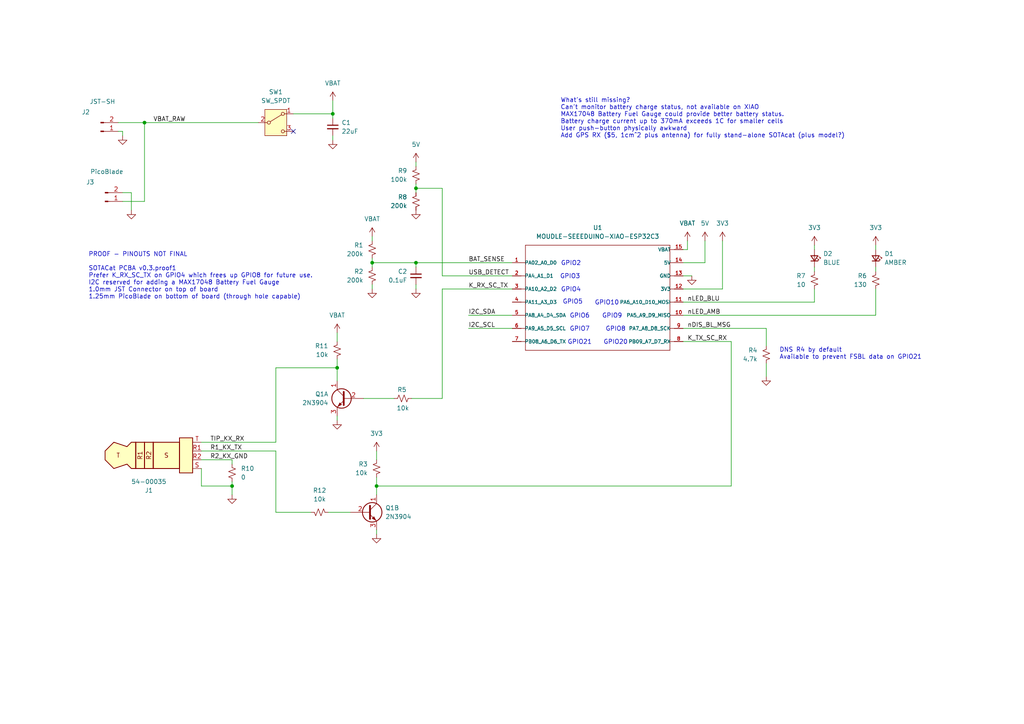
<source format=kicad_sch>
(kicad_sch (version 20231120) (generator "eeschema") (generator_version "8.0")
  (paper "A4")
  (lib_symbols
    (symbol "Connector:Conn_01x02_Pin" (pin_names (offset 1.016) hide)
      (property "Reference" "J" (at 0 2.54 0))
      (property "Value" "Conn_01x02_Pin" (at 0 -5.08 0))
      (symbol "Conn_01x02_Pin_1_1"
        (polyline (pts (xy 1.27 -2.54) (xy 0.8636 -2.54)) (stroke (width 0.1524)))
        (polyline (pts (xy 1.27 0) (xy 0.8636 0)) (stroke (width 0.1524)))
        (rectangle (start 0.8636 -2.413) (end 0 -2.667) (stroke (width 0.1524)) (fill (type outline)))
        (rectangle (start 0.8636 0.127) (end 0 -0.127) (stroke (width 0.1524)) (fill (type outline)))
        (pin passive line (at 5.08 0 180) (length 3.81) (name "Pin_1") (number "1"))
        (pin passive line (at 5.08 -2.54 180) (length 3.81) (name "Pin_2") (number "2"))
      )
    )
    (symbol "Connector_Audio:AudioPlug4"
      (property "Reference" "J" (at 10.16 5.08 0))
      (property "Value" "AudioPlug4" (at 11.43 -7.62 0))
      (symbol "AudioPlug4_0_0"
        (text "R1" (at -2.54 -1.27 900) (effects (font (size 1.27 1.27))))
        (text "R2" (at 0 -1.27 900) (effects (font (size 1.27 1.27))))
        (text "S" (at 5.08 -1.27 0) (effects (font (size 1.27 1.27))))
        (text "T" (at -8.89 -1.27 0) (effects (font (size 1.27 1.27))))
      )
      (symbol "AudioPlug4_0_1"
        (rectangle (start -1.27 2.54) (end -3.81 -5.08) (stroke (width 0.254)) (fill (type background)))
        (polyline (pts (xy -3.81 2.54) (xy -5.08 2.54) (xy -6.35 1.27) (xy -10.16 2.54) (xy -12.7 0) (xy -12.7 -2.54) (xy -10.16 -5.08) (xy -6.35 -3.81) (xy -5.08 -5.08) (xy -3.81 -5.08) (xy -3.81 2.54)) (stroke (width 0.254)) (fill (type background)))
        (rectangle (start 1.27 2.54) (end -1.27 -5.08) (stroke (width 0.254)) (fill (type background)))
        (rectangle (start 1.27 2.54) (end 8.89 -5.08) (stroke (width 0.254)) (fill (type background)))
        (rectangle (start 12.7 3.81) (end 8.89 -6.35) (stroke (width 0.254)) (fill (type background)))
      )
      (symbol "AudioPlug4_1_1"
        (pin passive line (at 15.24 -2.54 180) (length 2.54) (name "~") (number "R1"))
        (pin passive line (at 15.24 0 180) (length 2.54) (name "~") (number "R2"))
        (pin passive line (at 15.24 2.54 180) (length 2.54) (name "~") (number "S"))
        (pin passive line (at 15.24 -5.08 180) (length 2.54) (name "~") (number "T"))
      )
    )
    (symbol "Device:C_Small" (pin_numbers hide) (pin_names (offset 0.254) hide)
      (property "Reference" "C" (at 0.254 1.778 0))
      (property "Value" "C_Small" (at 0.254 -2.032 0))
      (symbol "C_Small_0_1"
        (polyline (pts (xy -1.524 -0.508) (xy 1.524 -0.508)) (stroke (width 0.3302)))
        (polyline (pts (xy -1.524 0.508) (xy 1.524 0.508)) (stroke (width 0.3048)))
      )
      (symbol "C_Small_1_1"
        (pin passive line (at 0 2.54 270) (length 2.032) (name "~") (number "1"))
        (pin passive line (at 0 -2.54 90) (length 2.032) (name "~") (number "2"))
      )
    )
    (symbol "Device:LED_Small" (pin_numbers hide) (pin_names (offset 0.254) hide)
      (property "Reference" "D" (at -1.27 3.175 0))
      (property "Value" "LED_Small" (at -4.445 -2.54 0))
      (symbol "LED_Small_0_1"
        (polyline (pts (xy -0.762 -1.016) (xy -0.762 1.016)) (stroke (width 0.254)))
        (polyline (pts (xy 1.016 0) (xy -0.762 0)))
        (polyline (pts (xy 0.762 -1.016) (xy -0.762 0) (xy 0.762 1.016) (xy 0.762 -1.016)) (stroke (width 0.254)))
        (polyline (pts (xy 0 0.762) (xy -0.508 1.27) (xy -0.254 1.27) (xy -0.508 1.27) (xy -0.508 1.016)))
        (polyline (pts (xy 0.508 1.27) (xy 0 1.778) (xy 0.254 1.778) (xy 0 1.778) (xy 0 1.524)))
      )
      (symbol "LED_Small_1_1"
        (pin passive line (at -2.54 0 0) (length 1.778) (name "K") (number "1"))
        (pin passive line (at 2.54 0 180) (length 1.778) (name "A") (number "2"))
      )
    )
    (symbol "Device:Q_NPN_CBE" (pin_names (offset 0) hide)
      (property "Reference" "Q" (at 5.08 1.27 0))
      (property "Value" "Q_NPN_CBE" (at 5.08 -1.27 0))
      (symbol "Q_NPN_CBE_0_1"
        (polyline (pts (xy 0.635 0.635) (xy 2.54 2.54)))
        (polyline (pts (xy 0.635 -0.635) (xy 2.54 -2.54) (xy 2.54 -2.54)))
        (polyline (pts (xy 0.635 1.905) (xy 0.635 -1.905) (xy 0.635 -1.905)) (stroke (width 0.508)))
        (polyline (pts (xy 1.27 -1.778) (xy 1.778 -1.27) (xy 2.286 -2.286) (xy 1.27 -1.778) (xy 1.27 -1.778)) (fill (type outline)))
        (circle (center 1.27 0) (radius 2.8194) (stroke (width 0.254)))
      )
      (symbol "Q_NPN_CBE_1_1"
        (pin passive line (at 2.54 5.08 270) (length 2.54) (name "C") (number "1"))
        (pin input line (at -5.08 0 0) (length 5.715) (name "B") (number "2"))
        (pin passive line (at 2.54 -5.08 90) (length 2.54) (name "E") (number "3"))
      )
    )
    (symbol "Device:R_Small_US" (pin_numbers hide) (pin_names (offset 0.254) hide)
      (property "Reference" "R" (at 0.762 0.508 0))
      (property "Value" "R_Small_US" (at 0.762 -1.016 0))
      (symbol "R_Small_US_1_1"
        (polyline (pts (xy 0 0) (xy 1.016 -0.381) (xy 0 -0.762) (xy -1.016 -1.143) (xy 0 -1.524)))
        (polyline (pts (xy 0 1.524) (xy 1.016 1.143) (xy 0 0.762) (xy -1.016 0.381) (xy 0 0)))
        (pin passive line (at 0 2.54 270) (length 1.016) (name "~") (number "1"))
        (pin passive line (at 0 -2.54 90) (length 1.016) (name "~") (number "2"))
      )
    )
    (symbol "GND_1" (power) (pin_names (offset 0))
      (property "Value" "GND" (at 0 -3.81 0))
      (symbol "GND_1_0_1"
        (polyline (pts (xy 0 0) (xy 0 -1.27) (xy 1.27 -1.27) (xy 0 -2.54) (xy -1.27 -1.27) (xy 0 -1.27)))
      )
      (symbol "GND_1_1_1"
        (pin power_in line (at 0 0 270) (length 0) hide (name "GND") (number "1"))
      )
    )
    (symbol "GND_2" (power) (pin_names (offset 0))
      (property "Value" "GND" (at 0 -3.81 0))
      (symbol "GND_2_0_1"
        (polyline (pts (xy 0 0) (xy 0 -1.27) (xy 1.27 -1.27) (xy 0 -2.54) (xy -1.27 -1.27) (xy 0 -1.27)))
      )
      (symbol "GND_2_1_1"
        (pin power_in line (at 0 0 270) (length 0) hide (name "GND") (number "1"))
      )
    )
    (symbol "GND_3" (power) (pin_names (offset 0))
      (property "Value" "GND" (at 0 -3.81 0))
      (symbol "GND_3_0_1"
        (polyline (pts (xy 0 0) (xy 0 -1.27) (xy 1.27 -1.27) (xy 0 -2.54) (xy -1.27 -1.27) (xy 0 -1.27)))
      )
      (symbol "GND_3_1_1"
        (pin power_in line (at 0 0 270) (length 0) hide (name "GND") (number "1"))
      )
    )
    (symbol "Switch:SW_SPDT" (pin_names (offset 0) hide)
      (property "Reference" "SW" (at 0 5.08 0))
      (property "Value" "SW_SPDT" (at 0 -5.08 0))
      (symbol "SW_SPDT_0_1"
        (circle (center -2.032 0) (radius 0.4572))
        (polyline (pts (xy -1.651 0.254) (xy 1.651 2.286)))
        (circle (center 2.032 -2.54) (radius 0.4572))
        (circle (center 2.032 2.54) (radius 0.4572))
      )
      (symbol "SW_SPDT_1_1"
        (rectangle (start -3.175 3.81) (end 3.175 -3.81) (fill (type background)))
        (pin passive line (at 5.08 2.54 180) (length 2.54) (name "A") (number "1"))
        (pin passive line (at -5.08 0 0) (length 2.54) (name "B") (number "2"))
        (pin passive line (at 5.08 -2.54 180) (length 2.54) (name "C") (number "3"))
      )
    )
    (symbol "XIAO-ESP32C3:MOUDLE-SEEEDUINO-XIAO-ESP32C3-VBAT" (pin_names (offset 1.016))
      (property "Reference" "U" (at -21.59 17.78 0))
      (property "Value" "MOUDLE-SEEEDUINO-XIAO-ESP32C3-VBAT" (at -21.59 16.51 0))
      (symbol "MOUDLE-SEEEDUINO-XIAO-ESP32C3-VBAT_0_0"
        (polyline (pts (xy -21.59 -13.97) (xy -21.59 0)) (stroke (width 0.1524)))
        (polyline (pts (xy -21.59 -11.43) (xy -22.86 -11.43)) (stroke (width 0.1524)))
        (polyline (pts (xy -21.59 -7.62) (xy -22.86 -7.62)) (stroke (width 0.1524)))
        (polyline (pts (xy -21.59 -3.81) (xy -22.86 -3.81)) (stroke (width 0.1524)))
        (polyline (pts (xy -21.59 0) (xy -22.86 0)) (stroke (width 0.1524)))
        (polyline (pts (xy -21.59 0) (xy -21.59 3.81)) (stroke (width 0.1524)))
        (polyline (pts (xy -21.59 3.81) (xy -22.86 3.81)) (stroke (width 0.1524)))
        (polyline (pts (xy -21.59 3.81) (xy -21.59 7.62)) (stroke (width 0.1524)))
        (polyline (pts (xy -21.59 7.62) (xy -22.86 7.62)) (stroke (width 0.1524)))
        (polyline (pts (xy -21.59 7.62) (xy -21.59 11.43)) (stroke (width 0.1524)))
        (polyline (pts (xy -21.59 11.43) (xy -22.86 11.43)) (stroke (width 0.1524)))
        (polyline (pts (xy -21.59 11.43) (xy -21.59 16.51)) (stroke (width 0.1524)))
        (polyline (pts (xy -21.59 16.51) (xy 20.32 16.51)) (stroke (width 0.1524)))
        (polyline (pts (xy 20.32 -13.97) (xy -21.59 -13.97)) (stroke (width 0.1524)))
        (polyline (pts (xy 20.32 3.81) (xy 20.32 -13.97)) (stroke (width 0.1524)))
        (polyline (pts (xy 20.32 7.62) (xy 20.32 3.81)) (stroke (width 0.1524)))
        (polyline (pts (xy 20.32 11.43) (xy 20.32 7.62)) (stroke (width 0.1524)))
        (polyline (pts (xy 20.32 16.51) (xy 20.32 11.43)) (stroke (width 0.1524)))
        (polyline (pts (xy 21.59 -11.43) (xy 20.32 -11.43)) (stroke (width 0.1524)))
        (polyline (pts (xy 21.59 -7.62) (xy 20.32 -7.62)) (stroke (width 0.1524)))
        (polyline (pts (xy 21.59 -3.81) (xy 20.32 -3.81)) (stroke (width 0.1524)))
        (polyline (pts (xy 21.59 0) (xy 20.32 0)) (stroke (width 0.1524)))
        (polyline (pts (xy 21.59 3.81) (xy 20.32 3.81)) (stroke (width 0.1524)))
        (polyline (pts (xy 21.59 7.62) (xy 20.32 7.62)) (stroke (width 0.1524)))
        (polyline (pts (xy 21.59 11.43) (xy 20.32 11.43)) (stroke (width 0.1524)))
        (polyline (pts (xy 21.59 15.24) (xy 20.32 15.24)) (stroke (width 0.1524)))
        (pin bidirectional line (at -25.4 11.43 0) (length 2.54) (name "PA02_A0_D0") (number "1"))
        (pin bidirectional line (at 24.13 -3.81 180) (length 2.54) (name "PA5_A9_D9_MISO") (number "10"))
        (pin bidirectional line (at 24.13 0 180) (length 2.54) (name "PA6_A10_D10_MOSI") (number "11"))
        (pin bidirectional line (at 24.13 3.81 180) (length 2.54) (name "3V3") (number "12"))
        (pin bidirectional line (at 24.13 7.62 180) (length 2.54) (name "GND") (number "13"))
        (pin bidirectional line (at 24.13 11.43 180) (length 2.54) (name "5V") (number "14"))
        (pin bidirectional line (at -25.4 7.62 0) (length 2.54) (name "PA4_A1_D1") (number "2"))
        (pin bidirectional line (at -25.4 3.81 0) (length 2.54) (name "PA10_A2_D2") (number "3"))
        (pin bidirectional line (at -25.4 0 0) (length 2.54) (name "PA11_A3_D3") (number "4"))
        (pin bidirectional line (at -25.4 -3.81 0) (length 2.54) (name "PA8_A4_D4_SDA") (number "5"))
        (pin bidirectional line (at -25.4 -7.62 0) (length 2.54) (name "PA9_A5_D5_SCL") (number "6"))
        (pin bidirectional line (at -25.4 -11.43 0) (length 2.54) (name "PB08_A6_D6_TX") (number "7"))
        (pin bidirectional line (at 24.13 -11.43 180) (length 2.54) (name "PB09_A7_D7_RX") (number "8"))
        (pin bidirectional line (at 24.13 -7.62 180) (length 2.54) (name "PA7_A8_D8_SCK") (number "9"))
      )
      (symbol "MOUDLE-SEEEDUINO-XIAO-ESP32C3-VBAT_1_0"
        (pin bidirectional line (at 24.13 15.24 180) (length 2.54) (name "VBAT") (number "15"))
      )
    )
    (symbol "power:GND" (power) (pin_names (offset 0))
      (property "Value" "GND" (at 0 -3.81 0))
      (symbol "GND_0_1"
        (polyline (pts (xy 0 0) (xy 0 -1.27) (xy 1.27 -1.27) (xy 0 -2.54) (xy -1.27 -1.27) (xy 0 -1.27)))
      )
      (symbol "GND_1_1"
        (pin power_in line (at 0 0 270) (length 0) hide (name "GND") (number "1"))
      )
    )
    (symbol "power:VCC" (power) (pin_names (offset 0))
      (property "Value" "VCC" (at 0 3.81 0))
      (symbol "VCC_0_1"
        (polyline (pts (xy -0.762 1.27) (xy 0 2.54)))
        (polyline (pts (xy 0 0) (xy 0 2.54)))
        (polyline (pts (xy 0 2.54) (xy 0.762 1.27)))
      )
      (symbol "VCC_1_1"
        (pin power_in line (at 0 0 90) (length 0) hide (name "VCC") (number "1"))
      )
    )
  )
  (junction (at 109.22 140.97))
  (junction (at 107.95 76.2))
  (junction (at 41.91 35.56))
  (junction (at 97.79 106.68))
  (junction (at 67.31 140.97))
  (junction (at 96.52 33.02))
  (junction (at 120.65 76.2))
  (junction (at 120.65 54.61))
  (no_connect (at 85.09 38.1))
  (wire (pts (xy 35.56 58.42) (xy 41.91 58.42)))
  (wire (pts (xy 107.95 74.93) (xy 107.95 76.2)))
  (wire (pts (xy 198.12 95.25) (xy 222.25 95.25)))
  (wire (pts (xy 212.09 99.06) (xy 212.09 140.97)))
  (wire (pts (xy 198.12 80.01) (xy 200.66 80.01)))
  (wire (pts (xy 254 71.12) (xy 254 72.39)))
  (wire (pts (xy 41.91 58.42) (xy 41.91 35.56)))
  (wire (pts (xy 34.29 35.56) (xy 41.91 35.56)))
  (wire (pts (xy 67.31 139.7) (xy 67.31 140.97)))
  (wire (pts (xy 58.42 128.27) (xy 80.01 128.27)))
  (wire (pts (xy 67.31 140.97) (xy 58.42 140.97)))
  (wire (pts (xy 199.39 69.85) (xy 199.39 72.39)))
  (wire (pts (xy 35.56 38.1) (xy 35.56 39.37)))
  (wire (pts (xy 109.22 140.97) (xy 109.22 143.51)))
  (wire (pts (xy 120.65 46.99) (xy 120.65 48.26)))
  (wire (pts (xy 120.65 76.2) (xy 148.59 76.2)))
  (wire (pts (xy 198.12 72.39) (xy 199.39 72.39)))
  (wire (pts (xy 96.52 33.02) (xy 96.52 34.29)))
  (wire (pts (xy 236.22 83.82) (xy 236.22 87.63)))
  (wire (pts (xy 128.27 83.82) (xy 128.27 115.57)))
  (wire (pts (xy 209.55 69.85) (xy 209.55 83.82)))
  (wire (pts (xy 80.01 106.68) (xy 80.01 128.27)))
  (wire (pts (xy 222.25 105.41) (xy 222.25 109.22)))
  (wire (pts (xy 198.12 76.2) (xy 204.47 76.2)))
  (wire (pts (xy 67.31 133.35) (xy 67.31 134.62)))
  (wire (pts (xy 95.25 148.59) (xy 101.6 148.59)))
  (wire (pts (xy 198.12 99.06) (xy 212.09 99.06)))
  (wire (pts (xy 38.1 55.88) (xy 38.1 60.96)))
  (wire (pts (xy 80.01 148.59) (xy 90.17 148.59)))
  (wire (pts (xy 135.89 95.25) (xy 148.59 95.25)))
  (wire (pts (xy 236.22 71.12) (xy 236.22 72.39)))
  (wire (pts (xy 198.12 87.63) (xy 236.22 87.63)))
  (wire (pts (xy 58.42 140.97) (xy 58.42 135.89)))
  (wire (pts (xy 120.65 83.82) (xy 120.65 82.55)))
  (wire (pts (xy 35.56 38.1) (xy 34.29 38.1)))
  (wire (pts (xy 80.01 106.68) (xy 97.79 106.68)))
  (wire (pts (xy 107.95 76.2) (xy 107.95 77.47)))
  (wire (pts (xy 41.91 35.56) (xy 74.93 35.56)))
  (wire (pts (xy 254 83.82) (xy 254 91.44)))
  (wire (pts (xy 58.42 130.81) (xy 80.01 130.81)))
  (wire (pts (xy 128.27 83.82) (xy 148.59 83.82)))
  (wire (pts (xy 97.79 96.52) (xy 97.79 99.06)))
  (wire (pts (xy 135.89 91.44) (xy 148.59 91.44)))
  (wire (pts (xy 105.41 115.57) (xy 114.3 115.57)))
  (wire (pts (xy 58.42 133.35) (xy 67.31 133.35)))
  (wire (pts (xy 198.12 83.82) (xy 209.55 83.82)))
  (wire (pts (xy 109.22 154.94) (xy 109.22 153.67)))
  (wire (pts (xy 128.27 80.01) (xy 148.59 80.01)))
  (wire (pts (xy 96.52 29.21) (xy 96.52 33.02)))
  (wire (pts (xy 109.22 138.43) (xy 109.22 140.97)))
  (wire (pts (xy 128.27 54.61) (xy 128.27 80.01)))
  (wire (pts (xy 120.65 54.61) (xy 120.65 55.88)))
  (wire (pts (xy 97.79 110.49) (xy 97.79 106.68)))
  (wire (pts (xy 107.95 83.82) (xy 107.95 82.55)))
  (wire (pts (xy 109.22 140.97) (xy 212.09 140.97)))
  (wire (pts (xy 80.01 130.81) (xy 80.01 148.59)))
  (wire (pts (xy 128.27 115.57) (xy 119.38 115.57)))
  (wire (pts (xy 97.79 104.14) (xy 97.79 106.68)))
  (wire (pts (xy 120.65 77.47) (xy 120.65 76.2)))
  (wire (pts (xy 120.65 76.2) (xy 107.95 76.2)))
  (wire (pts (xy 96.52 39.37) (xy 96.52 40.64)))
  (wire (pts (xy 236.22 77.47) (xy 236.22 78.74)))
  (wire (pts (xy 204.47 69.85) (xy 204.47 76.2)))
  (wire (pts (xy 254 77.47) (xy 254 78.74)))
  (wire (pts (xy 35.56 55.88) (xy 38.1 55.88)))
  (wire (pts (xy 85.09 33.02) (xy 96.52 33.02)))
  (wire (pts (xy 222.25 95.25) (xy 222.25 100.33)))
  (wire (pts (xy 198.12 91.44) (xy 254 91.44)))
  (wire (pts (xy 107.95 68.58) (xy 107.95 69.85)))
  (wire (pts (xy 120.65 54.61) (xy 128.27 54.61)))
  (wire (pts (xy 109.22 130.81) (xy 109.22 133.35)))
  (wire (pts (xy 97.79 121.92) (xy 97.79 120.65)))
  (wire (pts (xy 120.65 53.34) (xy 120.65 54.61)))
  (wire (pts (xy 67.31 140.97) (xy 67.31 143.51)))
  (text "GPIO8" (at 178.562 95.504 0) (effects (font (size 1.27 1.27))))
  (text "PROOF - PINOUTS NOT FINAL\n\nSOTACat PCBA v0.3.proof1\nPrefer K_RX_SC_TX on GPIO4 which frees up GPIO8 for future use.\nI2C reserved for adding a MAX17048 Battery Fuel Gauge\n1.0mm JST Connector on top of board\n1.25mm PicoBlade on bottom of board (through hole capable)\n" (at 25.654 80.01 0) (effects (font (size 1.27 1.27)) (justify left)))
  (text "DNS R4 by default\nAvailable to prevent FSBL data on GPIO21" (at 226.06 102.616 0) (effects (font (size 1.27 1.27)) (justify left)))
  (text "GPIO6" (at 168.148 91.694 0) (effects (font (size 1.27 1.27))))
  (text "GPIO5" (at 166.116 87.63 0) (effects (font (size 1.27 1.27))))
  (text "What's still missing?\nCan't monitor battery charge status, not available on XIAO\nMAX17048 Battery Fuel Gauge could provide better battery status.\nBattery charge current up to 370mA exceeds 1C for smaller cells\nUser push-button physically awkward\nAdd GPS RX ($5, 1cm^2 plus antenna) for fully stand-alone SOTAcat (plus model?)" (at 162.56 34.29 0) (effects (font (size 1.27 1.27)) (justify left)))
  (text "GPIO2" (at 165.608 76.454 0) (effects (font (size 1.27 1.27))))
  (text "GPIO3" (at 165.354 80.264 0) (effects (font (size 1.27 1.27))))
  (text "GPIO9" (at 177.546 91.694 0) (effects (font (size 1.27 1.27))))
  (text "GPIO4" (at 165.608 84.074 0) (effects (font (size 1.27 1.27))))
  (text "GPIO7" (at 168.148 95.504 0) (effects (font (size 1.27 1.27))))
  (text "GPIO20" (at 178.562 99.314 0) (effects (font (size 1.27 1.27))))
  (text "GPIO21" (at 168.148 99.314 0) (effects (font (size 1.27 1.27))))
  (text "GPIO10" (at 176.022 87.884 0) (effects (font (size 1.27 1.27))))
  (label "R1_KX_TX" (at 60.96 130.81 0))
  (label "BAT_SENSE" (at 135.89 76.2 0))
  (label "I2C_SDA" (at 135.89 91.44 0))
  (label "USB_DETECT" (at 135.89 80.01 0))
  (label "K_RX_SC_TX" (at 135.89 83.82 0))
  (label "nLED_AMB" (at 199.39 91.44 0))
  (label "I2C_SCL" (at 135.89 95.25 0))
  (label "TIP_KX_RX" (at 60.96 128.27 0))
  (label "VBAT_RAW" (at 44.45 35.56 0))
  (label "nLED_BLU" (at 199.39 87.63 0))
  (label "K_TX_SC_RX" (at 199.39 99.06 0))
  (label "R2_KX_GND" (at 60.96 133.35 0))
  (label "nDIS_BL_MSG" (at 199.39 95.25 0))
  (symbol (lib_id "Switch:SW_SPDT") (at 80.01 35.56 0) (unit 1)
    (property "Reference" "SW1" (at 80.01 26.67 0))
    (property "Value" "SW_SPDT" (at 80.01 29.21 0))
    (property "Footprint" "Button_Switch_SMD:SW_SPDT_CK-JS102011SAQN" (effects (hide yes)))
    (property "Description" "Switch, single pole double throw" (effects (hide yes)))
    (property "ManPartNo" "JS102011SAQN" (effects (hide yes)))
    (property "Manufacturer" " C&K " (effects (hide yes)))
  )
  (symbol (lib_id "Device:R_Small_US") (at 116.84 115.57 90) (unit 1)
    (property "Reference" "R5" (at 116.586 113.03 90))
    (property "Value" "10k" (at 116.84 118.364 90))
    (property "Footprint" "Resistor_SMD:R_0603_1608Metric" (effects (hide yes)))
    (property "Description" "Resistor, small US symbol" (effects (hide yes)))
    (property "ManPartNo" "RC0603FR-0710RL" (effects (hide yes)))
    (property "Manufacturer" "YAEGO" (effects (hide yes)))
  )
  (symbol (lib_id "XIAO-ESP32C3:MOUDLE-SEEEDUINO-XIAO-ESP32C3-VBAT") (at 173.99 87.63 0) (unit 1)
    (property "Reference" "U1" (at 173.355 66.04 0))
    (property "Value" "MOUDLE-SEEEDUINO-XIAO-ESP32C3" (at 173.355 68.58 0))
    (property "Footprint" "MOUDLE14P-SMD-2.54-21X17.8MM-VBAT" (effects (hide yes)))
    (property "Description" " SEEED STUDIO XIAO ESP32C3 WIFI+B " (effects (hide yes)))
    (property "Manufacturer" "Seeed" (effects (hide yes)))
    (property "ManPartNo" " Seeed Technology Co., Ltd " (effects (hide yes)))
  )
  (symbol (lib_id "Device:R_Small_US") (at 120.65 50.8 0) (mirror y) (unit 1)
    (property "Reference" "R9" (at 118.11 49.5299 0) (effects (justify left)))
    (property "Value" "100k" (at 118.11 52.0699 0) (effects (justify left)))
    (property "Footprint" "Resistor_SMD:R_0603_1608Metric" (effects (hide yes)))
    (property "Description" "Resistor, small US symbol" (effects (hide yes)))
    (property "ManPartNo" "RT0603DRE07200KL" (effects (hide yes)))
    (property "Manufacturer" "YAGEO" (effects (hide yes)))
  )
  (symbol (lib_id "Device:LED_Small") (at 236.22 74.93 270) (mirror x) (unit 1)
    (property "Reference" "D2" (at 238.76 73.5964 90) (effects (justify left)))
    (property "Value" "BLUE" (at 238.76 76.1364 90) (effects (justify left)))
    (property "Footprint" "LED_SMD:LED_0603_1608Metric" (effects (hide yes)))
    (property "Description" "Light emitting diode, small symbol" (effects (hide yes)))
    (property "ManPartNo" "150060BS75000" (effects (hide yes)))
    (property "Manufacturer" "Würth Elektronik " (effects (hide yes)))
  )
  (symbol (lib_id "Device:R_Small_US") (at 67.31 137.16 180) (unit 1)
    (property "Reference" "R10" (at 69.85 135.8899 0) (effects (justify right)))
    (property "Value" "0" (at 69.85 138.4299 0) (effects (justify right)))
    (property "Footprint" "Resistor_SMD:R_0603_1608Metric" (effects (hide yes)))
    (property "Description" "Resistor, small US symbol" (effects (hide yes)))
    (property "ManPartNo" "RC0603FR-0710RL" (effects (hide yes)))
    (property "Manufacturer" "YAEGO" (effects (hide yes)))
  )
  (symbol (lib_id "Device:Q_NPN_CBE") (at 106.68 148.59 0) (unit 1)
    (property "Reference" "Q1B" (at 111.76 147.3199 0) (effects (justify left)))
    (property "Value" "2N3904" (at 111.76 149.8599 0) (effects (justify left)))
    (property "Description" "NPN transistor, collector/base/emitter" (effects (hide yes)))
  )
  (symbol (lib_id "Device:R_Small_US") (at 222.25 102.87 0) (mirror y) (unit 1)
    (property "Reference" "R4" (at 219.71 101.5999 0) (effects (justify left)))
    (property "Value" "4.7k" (at 219.71 104.1399 0) (effects (justify left)))
    (property "Footprint" "Resistor_SMD:R_0603_1608Metric" (effects (hide yes)))
    (property "Description" "Resistor, small US symbol" (effects (hide yes)))
    (property "ManPartNo" "RT0603DRE07200KL" (effects (hide yes)))
    (property "Manufacturer" "YAGEO" (effects (hide yes)))
  )
  (symbol (lib_id "power:VCC") (at 97.79 96.52 0) (unit 1)
    (property "Reference" "#PWR018" (effects (hide yes)))
    (property "Value" "VBAT" (at 97.79 91.44 0))
    (property "Description" "Power symbol creates a global label with name \"VCC\"" (effects (hide yes)))
  )
  (symbol (lib_id "Device:C_Small") (at 120.65 80.01 0) (mirror y) (unit 1)
    (property "Reference" "C2" (at 118.11 78.7462 0) (effects (justify left)))
    (property "Value" "0.1uF" (at 118.11 81.2862 0) (effects (justify left)))
    (property "Footprint" "Capacitor_SMD:C_0603_1608Metric" (effects (hide yes)))
    (property "Description" " CAP CER 0.1UF 6.3V X7R 0603" (effects (hide yes)))
    (property "ManPartNo" "KGM15AR70J104KM" (effects (hide yes)))
    (property "Manufacturer" " KYOCERA AVX" (effects (hide yes)))
  )
  (symbol (lib_id "Device:R_Small_US") (at 236.22 81.28 0) (mirror y) (unit 1)
    (property "Reference" "R7" (at 233.68 80.0099 0) (effects (justify left)))
    (property "Value" "10" (at 233.68 82.5499 0) (effects (justify left)))
    (property "Footprint" "Resistor_SMD:R_0603_1608Metric" (effects (hide yes)))
    (property "Description" "Resistor, small US symbol" (effects (hide yes)))
    (property "ManPartNo" "RC0603FR-0710RL" (effects (hide yes)))
    (property "Manufacturer" "YAEGO" (effects (hide yes)))
  )
  (symbol (lib_id "power:VCC") (at 254 71.12 0) (mirror y) (unit 1)
    (property "Reference" "#PWR021" (effects (hide yes)))
    (property "Value" "3V3" (at 254 66.04 0))
    (property "Description" "Power symbol creates a global label with name \"VCC\"" (effects (hide yes)))
  )
  (symbol (lib_id "Connector:Conn_01x02_Pin") (at 30.48 58.42 0) (mirror x) (unit 1)
    (property "Reference" "J3" (at 26.162 52.832 0))
    (property "Value" "PicoBlade" (at 30.988 49.784 0))
    (property "Footprint" "Connector_Molex:Molex_PicoBlade_53048-0210_1x02_P1.25mm_Horizontal" (effects (hide yes)))
    (property "Description" "Generic connector, single row, 01x02, script generated" (effects (hide yes)))
    (property "ManPartNo" "0530480210" (effects (hide yes)))
    (property "Manufacturer" "Molex" (effects (hide yes)))
  )
  (symbol (lib_id "Device:R_Small_US") (at 107.95 72.39 0) (mirror y) (unit 1)
    (property "Reference" "R1" (at 105.41 71.1199 0) (effects (justify left)))
    (property "Value" "200k" (at 105.41 73.6599 0) (effects (justify left)))
    (property "Footprint" "Resistor_SMD:R_0603_1608Metric" (effects (hide yes)))
    (property "Description" "Resistor, small US symbol" (effects (hide yes)))
    (property "ManPartNo" "RT0603DRE07200KL" (effects (hide yes)))
    (property "Manufacturer" "YAGEO" (effects (hide yes)))
  )
  (symbol (lib_id "power:GND") (at 35.56 39.37 0) (unit 1)
    (property "Reference" "#PWR011" (effects (hide yes)))
    (property "Value" "GND" (effects (hide yes)))
    (property "Description" "Power symbol creates a global label with name \"GND\" , ground" (effects (hide yes)))
  )
  (symbol (lib_name "GND_1") (lib_id "power:GND") (at 120.65 83.82 0) (unit 1)
    (property "Reference" "#PWR013" (effects (hide yes)))
    (property "Value" "GND" (effects (hide yes)))
    (property "Description" "Power symbol creates a global label with name \"GND\" , ground" (effects (hide yes)))
  )
  (symbol (lib_id "Device:Q_NPN_CBE") (at 100.33 115.57 0) (mirror y) (unit 1)
    (property "Reference" "Q1A" (at 95.25 114.2999 0) (effects (justify left)))
    (property "Value" "2N3904" (at 95.25 116.8399 0) (effects (justify left)))
    (property "Description" "NPN transistor, collector/base/emitter" (effects (hide yes)))
  )
  (symbol (lib_id "power:VCC") (at 209.55 69.85 0) (unit 1)
    (property "Reference" "#PWR06" (effects (hide yes)))
    (property "Value" "3V3" (at 209.55 64.77 0))
    (property "Description" "Power symbol creates a global label with name \"VCC\"" (effects (hide yes)))
  )
  (symbol (lib_id "power:VCC") (at 107.95 68.58 0) (unit 1)
    (property "Reference" "#PWR02" (effects (hide yes)))
    (property "Value" "VBAT" (at 107.95 63.5 0))
    (property "Description" "Power symbol creates a global label with name \"VCC\"" (effects (hide yes)))
  )
  (symbol (lib_id "power:GND") (at 200.66 80.01 0) (unit 1)
    (property "Reference" "#PWR05" (effects (hide yes)))
    (property "Value" "GND" (effects (hide yes)))
    (property "Description" "Power symbol creates a global label with name \"GND\" , ground" (effects (hide yes)))
  )
  (symbol (lib_name "GND_3") (lib_id "power:GND") (at 97.79 121.92 0) (mirror y) (unit 1)
    (property "Reference" "#PWR017" (effects (hide yes)))
    (property "Value" "GND" (effects (hide yes)))
    (property "Description" "Power symbol creates a global label with name \"GND\" , ground" (effects (hide yes)))
  )
  (symbol (lib_id "power:GND") (at 38.1 60.96 0) (unit 1)
    (property "Reference" "#PWR014" (effects (hide yes)))
    (property "Value" "GND" (effects (hide yes)))
    (property "Description" "Power symbol creates a global label with name \"GND\" , ground" (effects (hide yes)))
  )
  (symbol (lib_id "Device:LED_Small") (at 254 74.93 270) (mirror x) (unit 1)
    (property "Reference" "D1" (at 256.54 73.5964 90) (effects (justify left)))
    (property "Value" "AMBER" (at 256.54 76.1364 90) (effects (justify left)))
    (property "Footprint" "LED_SMD:LED_0603_1608Metric" (effects (hide yes)))
    (property "Description" "Light emitting diode, small symbol" (effects (hide yes)))
    (property "ManPartNo" "150060AS75000" (effects (hide yes)))
    (property "Manufacturer" "Würth Elektronik" (effects (hide yes)))
  )
  (symbol (lib_id "Device:R_Small_US") (at 109.22 135.89 0) (mirror x) (unit 1)
    (property "Reference" "R3" (at 106.68 134.6199 0) (effects (justify right)))
    (property "Value" "10k" (at 106.68 137.1599 0) (effects (justify right)))
    (property "Footprint" "Resistor_SMD:R_0603_1608Metric" (effects (hide yes)))
    (property "Description" "Resistor, small US symbol" (effects (hide yes)))
    (property "ManPartNo" "RC0603FR-135K1L" (effects (hide yes)))
    (property "Manufacturer" "YAGEO" (effects (hide yes)))
  )
  (symbol (lib_id "power:GND") (at 109.22 154.94 0) (mirror y) (unit 1)
    (property "Reference" "#PWR08" (effects (hide yes)))
    (property "Value" "GND" (effects (hide yes)))
    (property "Description" "Power symbol creates a global label with name \"GND\" , ground" (effects (hide yes)))
  )
  (symbol (lib_id "power:VCC") (at 204.47 69.85 0) (unit 1)
    (property "Reference" "#PWR07" (effects (hide yes)))
    (property "Value" "5V" (at 204.47 64.77 0))
    (property "Description" "Power symbol creates a global label with name \"VCC\"" (effects (hide yes)))
  )
  (symbol (lib_name "GND_2") (lib_id "power:GND") (at 107.95 83.82 0) (unit 1)
    (property "Reference" "#PWR09" (effects (hide yes)))
    (property "Value" "GND" (effects (hide yes)))
    (property "Description" "Power symbol creates a global label with name \"GND\" , ground" (effects (hide yes)))
  )
  (symbol (lib_id "power:VCC") (at 120.65 46.99 0) (unit 1)
    (property "Reference" "#PWR016" (effects (hide yes)))
    (property "Value" "5V" (at 120.65 41.91 0))
    (property "Description" "Power symbol creates a global label with name \"VCC\"" (effects (hide yes)))
  )
  (symbol (lib_id "Device:R_Small_US") (at 97.79 101.6 0) (mirror x) (unit 1)
    (property "Reference" "R11" (at 95.25 100.3299 0) (effects (justify right)))
    (property "Value" "10k" (at 95.25 102.8699 0) (effects (justify right)))
    (property "Footprint" "Resistor_SMD:R_0603_1608Metric" (effects (hide yes)))
    (property "Description" "Resistor, small US symbol" (effects (hide yes)))
    (property "ManPartNo" "RC0603FR-135K1L" (effects (hide yes)))
    (property "Manufacturer" "YAGEO" (effects (hide yes)))
  )
  (symbol (lib_id "power:GND") (at 120.65 60.96 0) (unit 1)
    (property "Reference" "#PWR015" (effects (hide yes)))
    (property "Value" "GND" (effects (hide yes)))
    (property "Description" "Power symbol creates a global label with name \"GND\" , ground" (effects (hide yes)))
  )
  (symbol (lib_id "power:VCC") (at 109.22 130.81 0) (unit 1)
    (property "Reference" "#PWR019" (effects (hide yes)))
    (property "Value" "3V3" (at 109.22 125.73 0))
    (property "Description" "Power symbol creates a global label with name \"VCC\"" (effects (hide yes)))
  )
  (symbol (lib_id "power:GND") (at 67.31 143.51 0) (unit 1)
    (property "Reference" "#PWR01" (effects (hide yes)))
    (property "Value" "GND" (effects (hide yes)))
    (property "Description" "Power symbol creates a global label with name \"GND\" , ground" (effects (hide yes)))
  )
  (symbol (lib_id "Device:R_Small_US") (at 254 81.28 0) (mirror y) (unit 1)
    (property "Reference" "R6" (at 251.46 80.0099 0) (effects (justify left)))
    (property "Value" "130" (at 251.46 82.5499 0) (effects (justify left)))
    (property "Footprint" "Resistor_SMD:R_0603_1608Metric" (effects (hide yes)))
    (property "Description" "Resistor, small US symbol" (effects (hide yes)))
    (property "ManPartNo" "RC0603FR-07130RL" (effects (hide yes)))
    (property "Manufacturer" "YAGEO" (effects (hide yes)))
  )
  (symbol (lib_id "power:GND") (at 222.25 109.22 0) (mirror y) (unit 1)
    (property "Reference" "#PWR020" (effects (hide yes)))
    (property "Value" "GND" (effects (hide yes)))
    (property "Description" "Power symbol creates a global label with name \"GND\" , ground" (effects (hide yes)))
  )
  (symbol (lib_id "Device:C_Small") (at 96.52 36.83 0) (unit 1)
    (property "Reference" "C1" (at 99.06 35.5662 0) (effects (justify left)))
    (property "Value" "22uF" (at 99.06 38.1062 0) (effects (justify left)))
    (property "Footprint" "Capacitor_SMD:C_1206_3216Metric" (effects (hide yes)))
    (property "Description" "Unpolarized capacitor, small symbol" (effects (hide yes)))
  )
  (symbol (lib_id "Connector:Conn_01x02_Pin") (at 29.21 38.1 0) (mirror x) (unit 1)
    (property "Reference" "J2" (at 24.892 32.512 0))
    (property "Value" "JST-SH" (at 29.718 29.464 0))
    (property "Footprint" "Connector_JST:JST_SH_SM02B-SRSS-TB_1x02-1MP_P1.00mm_Horizontal" (effects (hide yes)))
    (property "Description" "Generic connector, single row, 01x02, script generated" (effects (hide yes)))
    (property "ManPartNo" "‎SM02B-SRSS-TB‎" (effects (hide yes)))
    (property "Manufacturer" "JST" (effects (hide yes)))
  )
  (symbol (lib_id "power:VCC") (at 96.52 29.21 0) (unit 1)
    (property "Reference" "#PWR010" (effects (hide yes)))
    (property "Value" "VBAT" (at 96.52 24.13 0))
    (property "Description" "Power symbol creates a global label with name \"VCC\"" (effects (hide yes)))
  )
  (symbol (lib_id "power:GND") (at 96.52 40.64 0) (unit 1)
    (property "Reference" "#PWR012" (effects (hide yes)))
    (property "Value" "GND" (effects (hide yes)))
    (property "Description" "Power symbol creates a global label with name \"GND\" , ground" (effects (hide yes)))
  )
  (symbol (lib_id "Connector_Audio:AudioPlug4") (at 43.18 133.35 0) (mirror x) (unit 1)
    (property "Reference" "J1" (at 43.18 142.24 0))
    (property "Value" "54-00035" (at 43.18 139.7 0))
    (property "Footprint" "TENSITY-AUDIO:TENSILITY_54-00035" (effects (hide yes)))
    (property "Description" "Audio Jack, 4 Poles (Stereo / TRRS)" (effects (hide yes)))
  )
  (symbol (lib_id "power:VCC") (at 199.39 69.85 0) (unit 1)
    (property "Reference" "#PWR03" (effects (hide yes)))
    (property "Value" "VBAT" (at 199.39 64.77 0))
    (property "Description" "Power symbol creates a global label with name \"VCC\"" (effects (hide yes)))
  )
  (symbol (lib_id "power:VCC") (at 236.22 71.12 0) (mirror y) (unit 1)
    (property "Reference" "#PWR04" (effects (hide yes)))
    (property "Value" "3V3" (at 236.22 66.04 0))
    (property "Description" "Power symbol creates a global label with name \"VCC\"" (effects (hide yes)))
  )
  (symbol (lib_id "Device:R_Small_US") (at 120.65 58.42 0) (mirror y) (unit 1)
    (property "Reference" "R8" (at 118.11 57.1499 0) (effects (justify left)))
    (property "Value" "200k" (at 118.11 59.6899 0) (effects (justify left)))
    (property "Footprint" "Resistor_SMD:R_0603_1608Metric" (effects (hide yes)))
    (property "Description" "Resistor, small US symbol" (effects (hide yes)))
    (property "ManPartNo" "RT0603DRE07200KL" (effects (hide yes)))
    (property "Manufacturer" "YAGEO" (effects (hide yes)))
  )
  (symbol (lib_id "Device:R_Small_US") (at 107.95 80.01 0) (mirror y) (unit 1)
    (property "Reference" "R2" (at 105.41 78.7399 0) (effects (justify left)))
    (property "Value" "200k" (at 105.41 81.2799 0) (effects (justify left)))
    (property "Footprint" "Resistor_SMD:R_0603_1608Metric" (effects (hide yes)))
    (property "Description" "Resistor, small US symbol" (effects (hide yes)))
    (property "ManPartNo" "RT0603DRE07200KL" (effects (hide yes)))
    (property "Manufacturer" "YAGEO" (effects (hide yes)))
  )
  (symbol (lib_id "Device:R_Small_US") (at 92.71 148.59 270) (mirror x) (unit 1)
    (property "Reference" "R12" (at 92.71 142.24 90))
    (property "Value" "10k" (at 92.71 144.78 90))
    (property "Footprint" "Resistor_SMD:R_0603_1608Metric" (effects (hide yes)))
    (property "Description" "Resistor, small US symbol" (effects (hide yes)))
    (property "ManPartNo" "RC0603FR-135K1L" (effects (hide yes)))
    (property "Manufacturer" "YAGEO" (effects (hide yes)))
  )
)
</source>
